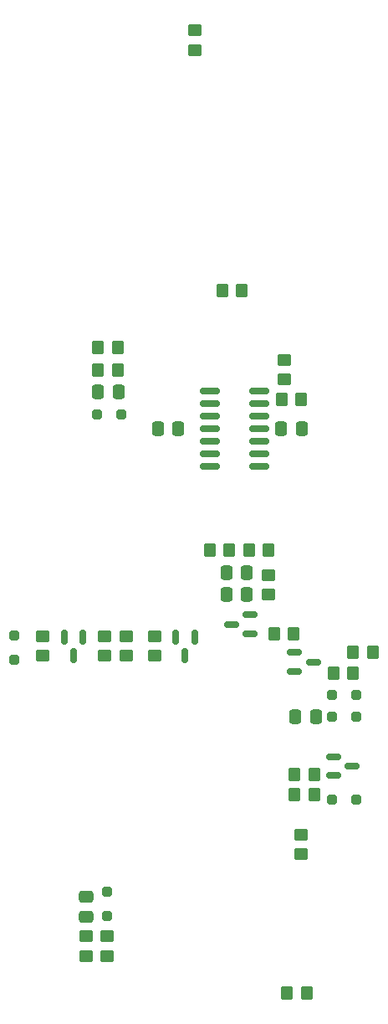
<source format=gbp>
G04 #@! TF.GenerationSoftware,KiCad,Pcbnew,8.0.2-1*
G04 #@! TF.CreationDate,2024-09-23T21:31:36+02:00*
G04 #@! TF.ProjectId,kicks,6b69636b-732e-46b6-9963-61645f706362,rev?*
G04 #@! TF.SameCoordinates,Original*
G04 #@! TF.FileFunction,Paste,Bot*
G04 #@! TF.FilePolarity,Positive*
%FSLAX46Y46*%
G04 Gerber Fmt 4.6, Leading zero omitted, Abs format (unit mm)*
G04 Created by KiCad (PCBNEW 8.0.2-1) date 2024-09-23 21:31:36*
%MOMM*%
%LPD*%
G01*
G04 APERTURE LIST*
G04 Aperture macros list*
%AMRoundRect*
0 Rectangle with rounded corners*
0 $1 Rounding radius*
0 $2 $3 $4 $5 $6 $7 $8 $9 X,Y pos of 4 corners*
0 Add a 4 corners polygon primitive as box body*
4,1,4,$2,$3,$4,$5,$6,$7,$8,$9,$2,$3,0*
0 Add four circle primitives for the rounded corners*
1,1,$1+$1,$2,$3*
1,1,$1+$1,$4,$5*
1,1,$1+$1,$6,$7*
1,1,$1+$1,$8,$9*
0 Add four rect primitives between the rounded corners*
20,1,$1+$1,$2,$3,$4,$5,0*
20,1,$1+$1,$4,$5,$6,$7,0*
20,1,$1+$1,$6,$7,$8,$9,0*
20,1,$1+$1,$8,$9,$2,$3,0*%
G04 Aperture macros list end*
%ADD10RoundRect,0.250000X0.350000X0.450000X-0.350000X0.450000X-0.350000X-0.450000X0.350000X-0.450000X0*%
%ADD11RoundRect,0.250000X-0.450000X0.350000X-0.450000X-0.350000X0.450000X-0.350000X0.450000X0.350000X0*%
%ADD12RoundRect,0.250000X-0.350000X-0.450000X0.350000X-0.450000X0.350000X0.450000X-0.350000X0.450000X0*%
%ADD13RoundRect,0.250000X0.250000X-0.250000X0.250000X0.250000X-0.250000X0.250000X-0.250000X-0.250000X0*%
%ADD14RoundRect,0.250000X-0.250000X0.250000X-0.250000X-0.250000X0.250000X-0.250000X0.250000X0.250000X0*%
%ADD15RoundRect,0.250000X-0.337500X-0.475000X0.337500X-0.475000X0.337500X0.475000X-0.337500X0.475000X0*%
%ADD16RoundRect,0.250000X0.337500X0.475000X-0.337500X0.475000X-0.337500X-0.475000X0.337500X-0.475000X0*%
%ADD17RoundRect,0.250000X-0.475000X0.337500X-0.475000X-0.337500X0.475000X-0.337500X0.475000X0.337500X0*%
%ADD18RoundRect,0.150000X-0.150000X0.587500X-0.150000X-0.587500X0.150000X-0.587500X0.150000X0.587500X0*%
%ADD19RoundRect,0.250000X0.250000X0.250000X-0.250000X0.250000X-0.250000X-0.250000X0.250000X-0.250000X0*%
%ADD20RoundRect,0.250000X0.450000X-0.350000X0.450000X0.350000X-0.450000X0.350000X-0.450000X-0.350000X0*%
%ADD21RoundRect,0.150000X-0.587500X-0.150000X0.587500X-0.150000X0.587500X0.150000X-0.587500X0.150000X0*%
%ADD22RoundRect,0.250000X-0.250000X-0.250000X0.250000X-0.250000X0.250000X0.250000X-0.250000X0.250000X0*%
%ADD23RoundRect,0.150000X0.825000X0.150000X-0.825000X0.150000X-0.825000X-0.150000X0.825000X-0.150000X0*%
%ADD24RoundRect,0.150000X0.587500X0.150000X-0.587500X0.150000X-0.587500X-0.150000X0.587500X-0.150000X0*%
G04 APERTURE END LIST*
D10*
X77462500Y-112250000D03*
X75462500Y-112250000D03*
D11*
X77462500Y-114750000D03*
X77462500Y-116750000D03*
D12*
X79310000Y-157000000D03*
X81310000Y-157000000D03*
D10*
X80000000Y-120750000D03*
X78000000Y-120750000D03*
D11*
X54587500Y-120930000D03*
X54587500Y-122930000D03*
D12*
X86000000Y-122600000D03*
X88000000Y-122600000D03*
D13*
X61100000Y-149250000D03*
X61100000Y-146750000D03*
D10*
X73462500Y-112250000D03*
X71462500Y-112250000D03*
D14*
X51687500Y-120875000D03*
X51687500Y-123375000D03*
D11*
X80750000Y-141000000D03*
X80750000Y-143000000D03*
D15*
X78712500Y-100000000D03*
X80787500Y-100000000D03*
X80162500Y-129085000D03*
X82237500Y-129085000D03*
D16*
X62250000Y-96250000D03*
X60175000Y-96250000D03*
D10*
X74750000Y-86000000D03*
X72750000Y-86000000D03*
D15*
X73175000Y-116750000D03*
X75250000Y-116750000D03*
D17*
X59000000Y-147262500D03*
X59000000Y-149337500D03*
D10*
X82062500Y-137000000D03*
X80062500Y-137000000D03*
D18*
X68050000Y-121062500D03*
X69950000Y-121062500D03*
X69000000Y-122937500D03*
D12*
X78750000Y-97000000D03*
X80750000Y-97000000D03*
D19*
X62565000Y-98500000D03*
X60065000Y-98500000D03*
D11*
X79000000Y-93000000D03*
X79000000Y-95000000D03*
D15*
X66212500Y-100000000D03*
X68287500Y-100000000D03*
D12*
X60182500Y-94000000D03*
X62182500Y-94000000D03*
D10*
X86000000Y-124700000D03*
X84000000Y-124700000D03*
D18*
X56750000Y-121062500D03*
X58650000Y-121062500D03*
X57700000Y-122937500D03*
D20*
X63000000Y-122930000D03*
X63000000Y-120930000D03*
D11*
X61100000Y-151300000D03*
X61100000Y-153300000D03*
D21*
X84062500Y-135050000D03*
X84062500Y-133150000D03*
X85937500Y-134100000D03*
X80087500Y-124500000D03*
X80087500Y-122600000D03*
X81962500Y-123550000D03*
D11*
X70000000Y-59700000D03*
X70000000Y-61700000D03*
D16*
X75250000Y-114500000D03*
X73175000Y-114500000D03*
D10*
X62182500Y-91750000D03*
X60182500Y-91750000D03*
D22*
X83850000Y-137500000D03*
X86350000Y-137500000D03*
X83850000Y-129100000D03*
X86350000Y-129100000D03*
D11*
X59000000Y-151300000D03*
X59000000Y-153300000D03*
D23*
X76475000Y-96190000D03*
X76475000Y-97460000D03*
X76475000Y-98730000D03*
X76475000Y-100000000D03*
X76475000Y-101270000D03*
X76475000Y-102540000D03*
X76475000Y-103810000D03*
X71525000Y-103810000D03*
X71525000Y-102540000D03*
X71525000Y-101270000D03*
X71525000Y-100000000D03*
X71525000Y-98730000D03*
X71525000Y-97460000D03*
X71525000Y-96190000D03*
D11*
X65950000Y-120930000D03*
X65950000Y-122930000D03*
X60800000Y-120930000D03*
X60800000Y-122930000D03*
D10*
X82062500Y-134900000D03*
X80062500Y-134900000D03*
D22*
X83850000Y-126900000D03*
X86350000Y-126900000D03*
D24*
X75587500Y-118800000D03*
X75587500Y-120700000D03*
X73712500Y-119750000D03*
M02*

</source>
